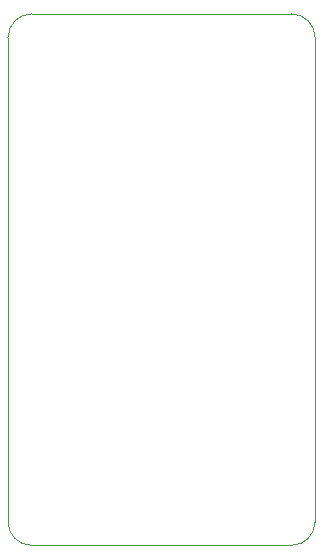
<source format=gbr>
G04 #@! TF.GenerationSoftware,KiCad,Pcbnew,(5.1.5)-3*
G04 #@! TF.CreationDate,2021-08-13T12:39:49-07:00*
G04 #@! TF.ProjectId,Freesk8-Robogotchi-v1.5,46726565-736b-4382-9d52-6f626f676f74,rev?*
G04 #@! TF.SameCoordinates,Original*
G04 #@! TF.FileFunction,Profile,NP*
%FSLAX46Y46*%
G04 Gerber Fmt 4.6, Leading zero omitted, Abs format (unit mm)*
G04 Created by KiCad (PCBNEW (5.1.5)-3) date 2021-08-13 12:39:49*
%MOMM*%
%LPD*%
G04 APERTURE LIST*
%ADD10C,0.050000*%
G04 APERTURE END LIST*
D10*
X127900000Y-81100000D02*
X149900000Y-81100000D01*
X127900000Y-126100000D02*
X149900000Y-126100000D01*
X125900000Y-124100000D02*
X125900000Y-83100000D01*
X151900000Y-83100000D02*
X151900000Y-124100000D01*
X151900000Y-124100000D02*
G75*
G02X149900000Y-126100000I-2000000J0D01*
G01*
X127900000Y-126100000D02*
G75*
G02X125900000Y-124100000I0J2000000D01*
G01*
X125900000Y-83100000D02*
G75*
G02X127900000Y-81100000I2000000J0D01*
G01*
X149900000Y-81100000D02*
G75*
G02X151900000Y-83100000I0J-2000000D01*
G01*
M02*

</source>
